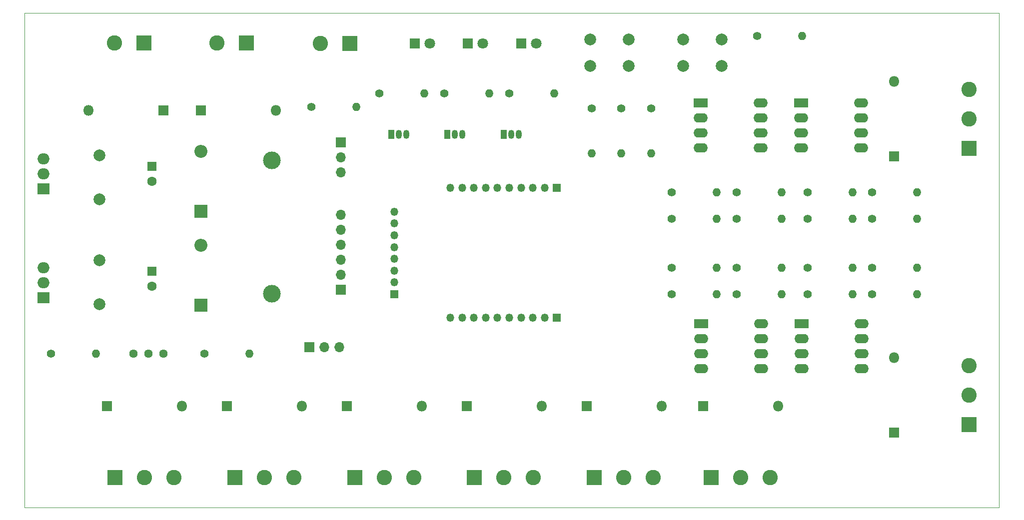
<source format=gbr>
%TF.GenerationSoftware,KiCad,Pcbnew,(5.1.10)-1*%
%TF.CreationDate,2021-08-31T12:59:50-03:00*%
%TF.ProjectId,Test1,54657374-312e-46b6-9963-61645f706362,rev?*%
%TF.SameCoordinates,Original*%
%TF.FileFunction,Soldermask,Top*%
%TF.FilePolarity,Negative*%
%FSLAX46Y46*%
G04 Gerber Fmt 4.6, Leading zero omitted, Abs format (unit mm)*
G04 Created by KiCad (PCBNEW (5.1.10)-1) date 2021-08-31 12:59:51*
%MOMM*%
%LPD*%
G01*
G04 APERTURE LIST*
%TA.AperFunction,Profile*%
%ADD10C,0.100000*%
%TD*%
%ADD11C,2.000000*%
%ADD12R,1.600000X1.600000*%
%ADD13C,1.600000*%
%ADD14O,1.800000X1.800000*%
%ADD15R,1.800000X1.800000*%
%ADD16C,1.800000*%
%ADD17R,2.200000X2.200000*%
%ADD18O,2.200000X2.200000*%
%ADD19C,3.000000*%
%ADD20C,2.600000*%
%ADD21R,2.600000X2.600000*%
%ADD22R,1.350000X1.350000*%
%ADD23O,1.350000X1.350000*%
%ADD24O,1.700000X1.700000*%
%ADD25R,1.700000X1.700000*%
%ADD26R,1.050000X1.500000*%
%ADD27O,1.050000X1.500000*%
%ADD28C,1.400000*%
%ADD29O,1.400000X1.400000*%
%ADD30C,1.440000*%
%ADD31O,2.400000X1.600000*%
%ADD32R,2.400000X1.600000*%
%ADD33R,2.000000X1.905000*%
%ADD34O,2.000000X1.905000*%
G04 APERTURE END LIST*
D10*
X254000000Y-50800000D02*
X254000000Y-134620000D01*
X88900000Y-50800000D02*
X254000000Y-50800000D01*
X88900000Y-134620000D02*
X88900000Y-50800000D01*
X254000000Y-134620000D02*
X88900000Y-134620000D01*
D11*
%TO.C,CREGIN1*%
X101600000Y-74930000D03*
X101600000Y-82430000D03*
%TD*%
%TO.C,CREGIN2*%
X101600000Y-100210000D03*
X101600000Y-92710000D03*
%TD*%
D12*
%TO.C,CREGOUT1*%
X110490000Y-76835000D03*
D13*
X110490000Y-79335000D03*
%TD*%
%TO.C,CREGOUT2*%
X110490000Y-97115000D03*
D12*
X110490000Y-94615000D03*
%TD*%
D14*
%TO.C,D1*%
X115570000Y-117475000D03*
D15*
X102870000Y-117475000D03*
%TD*%
%TO.C,D2*%
X123190000Y-117475000D03*
D14*
X135890000Y-117475000D03*
%TD*%
%TO.C,D3*%
X156210000Y-117475000D03*
D15*
X143510000Y-117475000D03*
%TD*%
%TO.C,D4*%
X163830000Y-117475000D03*
D14*
X176530000Y-117475000D03*
%TD*%
D15*
%TO.C,D5*%
X184150000Y-117475000D03*
D14*
X196850000Y-117475000D03*
%TD*%
%TO.C,D6*%
X216535000Y-117475000D03*
D15*
X203835000Y-117475000D03*
%TD*%
D14*
%TO.C,D7*%
X236220000Y-109220000D03*
D15*
X236220000Y-121920000D03*
%TD*%
%TO.C,D8*%
X236220000Y-75100000D03*
D14*
X236220000Y-62400000D03*
%TD*%
D16*
%TO.C,Dled1*%
X175540000Y-56000000D03*
D15*
X173000000Y-56000000D03*
%TD*%
%TO.C,Dled2*%
X164000000Y-56000000D03*
D16*
X166540000Y-56000000D03*
%TD*%
D15*
%TO.C,Dled3*%
X155000000Y-56000000D03*
D16*
X157540000Y-56000000D03*
%TD*%
D14*
%TO.C,Dreg1*%
X99695000Y-67310000D03*
D15*
X112395000Y-67310000D03*
%TD*%
D17*
%TO.C,DREG1*%
X118745000Y-84455000D03*
D18*
X118745000Y-74295000D03*
%TD*%
D15*
%TO.C,Dreg2*%
X118745000Y-67310000D03*
D14*
X131445000Y-67310000D03*
%TD*%
D18*
%TO.C,DREG2*%
X118745000Y-90170000D03*
D17*
X118745000Y-100330000D03*
%TD*%
D19*
%TO.C,Fusible1*%
X130810000Y-98425000D03*
X130810000Y-75825000D03*
%TD*%
D20*
%TO.C,J1*%
X114220000Y-129540000D03*
X109220000Y-129540000D03*
D21*
X104220000Y-129540000D03*
%TD*%
%TO.C,J2*%
X124540000Y-129540000D03*
D20*
X129540000Y-129540000D03*
X134540000Y-129540000D03*
%TD*%
%TO.C,J3*%
X154860000Y-129540000D03*
X149860000Y-129540000D03*
D21*
X144860000Y-129540000D03*
%TD*%
%TO.C,J4*%
X165100000Y-129540000D03*
D20*
X170100000Y-129540000D03*
X175100000Y-129540000D03*
%TD*%
%TO.C,J5*%
X195420000Y-129540000D03*
X190420000Y-129540000D03*
D21*
X185420000Y-129540000D03*
%TD*%
%TO.C,J6*%
X205185000Y-129540000D03*
D20*
X210185000Y-129540000D03*
X215185000Y-129540000D03*
%TD*%
%TO.C,J7*%
X248920000Y-110570000D03*
X248920000Y-115570000D03*
D21*
X248920000Y-120570000D03*
%TD*%
%TO.C,J8*%
X248920000Y-73750000D03*
D20*
X248920000Y-68750000D03*
X248920000Y-63750000D03*
%TD*%
D22*
%TO.C,JabajoMDOT1*%
X151500000Y-98500000D03*
D23*
X151500000Y-96500000D03*
X151500000Y-94500000D03*
X151500000Y-92500000D03*
X151500000Y-90500000D03*
X151500000Y-88500000D03*
X151500000Y-86500000D03*
X151500000Y-84500000D03*
%TD*%
D20*
%TO.C,JBat1*%
X121500000Y-55880000D03*
D21*
X126500000Y-55880000D03*
%TD*%
D22*
%TO.C,JderMDOT1*%
X179000000Y-102500000D03*
D23*
X177000000Y-102500000D03*
X175000000Y-102500000D03*
X173000000Y-102500000D03*
X171000000Y-102500000D03*
X169000000Y-102500000D03*
X167000000Y-102500000D03*
X165000000Y-102500000D03*
X163000000Y-102500000D03*
X161000000Y-102500000D03*
%TD*%
%TO.C,JizqMDOT1*%
X161000000Y-80500000D03*
X163000000Y-80500000D03*
X165000000Y-80500000D03*
X167000000Y-80500000D03*
X169000000Y-80500000D03*
X171000000Y-80500000D03*
X173000000Y-80500000D03*
X175000000Y-80500000D03*
X177000000Y-80500000D03*
D22*
X179000000Y-80500000D03*
%TD*%
D21*
%TO.C,JPanel1*%
X109140000Y-55880000D03*
D20*
X104140000Y-55880000D03*
%TD*%
D24*
%TO.C,JPConf&Supply1*%
X142500000Y-77830000D03*
X142500000Y-75290000D03*
D25*
X142500000Y-72750000D03*
%TD*%
%TO.C,JPSWPUERTA1*%
X137170000Y-107500000D03*
D24*
X139710000Y-107500000D03*
X142250000Y-107500000D03*
%TD*%
D25*
%TO.C,JUSB1*%
X142500000Y-97750000D03*
D24*
X142500000Y-95210000D03*
X142500000Y-92670000D03*
X142500000Y-90130000D03*
X142500000Y-87590000D03*
X142500000Y-85050000D03*
%TD*%
D26*
%TO.C,Q1*%
X170060000Y-71370000D03*
D27*
X172600000Y-71370000D03*
X171330000Y-71370000D03*
%TD*%
%TO.C,Q2*%
X161805000Y-71370000D03*
X163075000Y-71370000D03*
D26*
X160535000Y-71370000D03*
%TD*%
D27*
%TO.C,Q3*%
X152280000Y-71370000D03*
X153550000Y-71370000D03*
D26*
X151010000Y-71370000D03*
%TD*%
D28*
%TO.C,R10*%
X198500000Y-98500000D03*
D29*
X206120000Y-98500000D03*
%TD*%
%TO.C,R11*%
X217120000Y-98500000D03*
D28*
X209500000Y-98500000D03*
%TD*%
%TO.C,R20*%
X198500000Y-94000000D03*
D29*
X206120000Y-94000000D03*
%TD*%
D28*
%TO.C,R21*%
X209500000Y-94000000D03*
D29*
X217120000Y-94000000D03*
%TD*%
%TO.C,R30*%
X206120000Y-81250000D03*
D28*
X198500000Y-81250000D03*
%TD*%
D29*
%TO.C,R31*%
X217120000Y-81250000D03*
D28*
X209500000Y-81250000D03*
%TD*%
%TO.C,R40*%
X198500000Y-85750000D03*
D29*
X206120000Y-85750000D03*
%TD*%
%TO.C,R41*%
X217120000Y-85750000D03*
D28*
X209500000Y-85750000D03*
%TD*%
%TO.C,R50*%
X221500000Y-81250000D03*
D29*
X229120000Y-81250000D03*
%TD*%
%TO.C,R51*%
X240120000Y-81250000D03*
D28*
X232500000Y-81250000D03*
%TD*%
%TO.C,R60*%
X221500000Y-85750000D03*
D29*
X229120000Y-85750000D03*
%TD*%
%TO.C,R61*%
X240120000Y-85750000D03*
D28*
X232500000Y-85750000D03*
%TD*%
%TO.C,R70*%
X221500000Y-94000000D03*
D29*
X229120000Y-94000000D03*
%TD*%
%TO.C,R71*%
X240120000Y-94000000D03*
D28*
X232500000Y-94000000D03*
%TD*%
%TO.C,R80*%
X221500000Y-98500000D03*
D29*
X229120000Y-98500000D03*
%TD*%
%TO.C,R81*%
X240120000Y-98500000D03*
D28*
X232500000Y-98500000D03*
%TD*%
D29*
%TO.C,Rb1*%
X185000000Y-74620000D03*
D28*
X185000000Y-67000000D03*
%TD*%
D29*
%TO.C,Rb2*%
X190000000Y-74620000D03*
D28*
X190000000Y-67000000D03*
%TD*%
D29*
%TO.C,Rb3*%
X195000000Y-74620000D03*
D28*
X195000000Y-67000000D03*
%TD*%
%TO.C,Rc1*%
X171000000Y-64500000D03*
D29*
X178620000Y-64500000D03*
%TD*%
D28*
%TO.C,Rc2*%
X160000000Y-64500000D03*
D29*
X167620000Y-64500000D03*
%TD*%
%TO.C,Rc3*%
X156620000Y-64500000D03*
D28*
X149000000Y-64500000D03*
%TD*%
D29*
%TO.C,RDown1*%
X145120000Y-66750000D03*
D28*
X137500000Y-66750000D03*
%TD*%
%TO.C,RModo1*%
X213000000Y-54750000D03*
D29*
X220620000Y-54750000D03*
%TD*%
D28*
%TO.C,RREG11*%
X93345000Y-108585000D03*
D29*
X100965000Y-108585000D03*
%TD*%
D28*
%TO.C,RREG12*%
X119380000Y-108585000D03*
D29*
X127000000Y-108585000D03*
%TD*%
D30*
%TO.C,RV1*%
X112395000Y-108585000D03*
X109855000Y-108585000D03*
X107315000Y-108585000D03*
%TD*%
D11*
%TO.C,SWModo1*%
X207000000Y-55325000D03*
X207000000Y-59825000D03*
X200500000Y-55325000D03*
X200500000Y-59825000D03*
%TD*%
%TO.C,SWNReset1*%
X184735000Y-59825000D03*
X184735000Y-55325000D03*
X191235000Y-59825000D03*
X191235000Y-55325000D03*
%TD*%
D21*
%TO.C,SWPanel1*%
X144000000Y-56000000D03*
D20*
X139000000Y-56000000D03*
%TD*%
D31*
%TO.C,U1*%
X213660000Y-103500000D03*
X203500000Y-111120000D03*
X213660000Y-106040000D03*
X203500000Y-108580000D03*
X213660000Y-108580000D03*
X203500000Y-106040000D03*
X213660000Y-111120000D03*
D32*
X203500000Y-103500000D03*
%TD*%
D31*
%TO.C,U2*%
X213560000Y-66100000D03*
X203400000Y-73720000D03*
X213560000Y-68640000D03*
X203400000Y-71180000D03*
X213560000Y-71180000D03*
X203400000Y-68640000D03*
X213560000Y-73720000D03*
D32*
X203400000Y-66100000D03*
%TD*%
%TO.C,U3*%
X220400000Y-66100000D03*
D31*
X230560000Y-73720000D03*
X220400000Y-68640000D03*
X230560000Y-71180000D03*
X220400000Y-71180000D03*
X230560000Y-68640000D03*
X220400000Y-73720000D03*
X230560000Y-66100000D03*
%TD*%
D32*
%TO.C,U4*%
X220500000Y-103500000D03*
D31*
X230660000Y-111120000D03*
X220500000Y-106040000D03*
X230660000Y-108580000D03*
X220500000Y-108580000D03*
X230660000Y-106040000D03*
X220500000Y-111120000D03*
X230660000Y-103500000D03*
%TD*%
D33*
%TO.C,UREG1*%
X92075000Y-80645000D03*
D34*
X92075000Y-78105000D03*
X92075000Y-75565000D03*
%TD*%
%TO.C,UREG2*%
X92075000Y-93980000D03*
X92075000Y-96520000D03*
D33*
X92075000Y-99060000D03*
%TD*%
M02*

</source>
